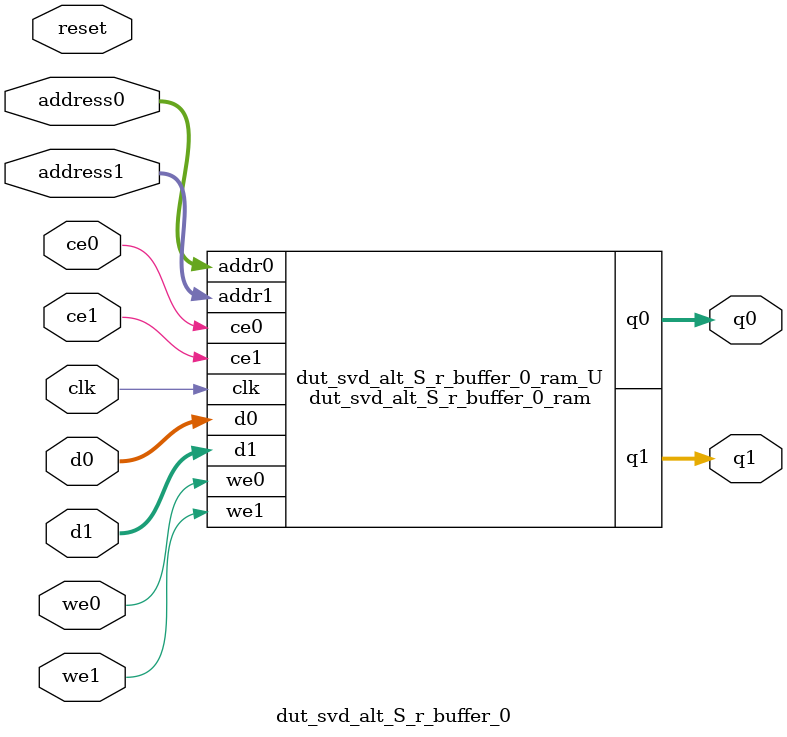
<source format=v>

`timescale 1 ns / 1 ps
module dut_svd_alt_S_r_buffer_0_ram (addr0, ce0, d0, we0, q0, addr1, ce1, d1, we1, q1,  clk);

parameter DWIDTH = 32;
parameter AWIDTH = 19;
parameter MEM_SIZE = 307328;

input[AWIDTH-1:0] addr0;
input ce0;
input[DWIDTH-1:0] d0;
input we0;
output reg[DWIDTH-1:0] q0;
input[AWIDTH-1:0] addr1;
input ce1;
input[DWIDTH-1:0] d1;
input we1;
output reg[DWIDTH-1:0] q1;
input clk;

(* ram_style = "block" *)reg [DWIDTH-1:0] ram[MEM_SIZE-1:0];




always @(posedge clk)  
begin 
    if (ce0) 
    begin
        if (we0) 
        begin 
            ram[addr0] <= d0; 
            q0 <= d0;
        end 
        else 
            q0 <= ram[addr0];
    end
end


always @(posedge clk)  
begin 
    if (ce1) 
    begin
        if (we1) 
        begin 
            ram[addr1] <= d1; 
            q1 <= d1;
        end 
        else 
            q1 <= ram[addr1];
    end
end


endmodule


`timescale 1 ns / 1 ps
module dut_svd_alt_S_r_buffer_0(
    reset,
    clk,
    address0,
    ce0,
    we0,
    d0,
    q0,
    address1,
    ce1,
    we1,
    d1,
    q1);

parameter DataWidth = 32'd32;
parameter AddressRange = 32'd307328;
parameter AddressWidth = 32'd19;
input reset;
input clk;
input[AddressWidth - 1:0] address0;
input ce0;
input we0;
input[DataWidth - 1:0] d0;
output[DataWidth - 1:0] q0;
input[AddressWidth - 1:0] address1;
input ce1;
input we1;
input[DataWidth - 1:0] d1;
output[DataWidth - 1:0] q1;



dut_svd_alt_S_r_buffer_0_ram dut_svd_alt_S_r_buffer_0_ram_U(
    .clk( clk ),
    .addr0( address0 ),
    .ce0( ce0 ),
    .d0( d0 ),
    .we0( we0 ),
    .q0( q0 ),
    .addr1( address1 ),
    .ce1( ce1 ),
    .d1( d1 ),
    .we1( we1 ),
    .q1( q1 ));

endmodule


</source>
